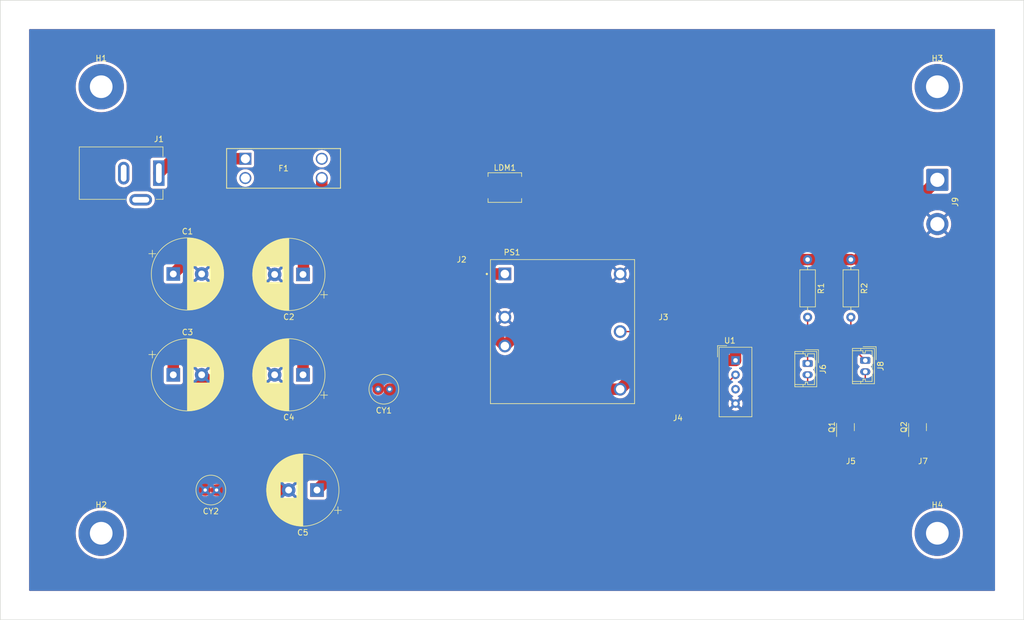
<source format=kicad_pcb>
(kicad_pcb (version 20221018) (generator pcbnew)
  (layers (0 "F.Cu" signal) (31 "B.Cu" signal) (34 "B.Paste" user) (35 "F.Paste" user) (36 "B.SilkS" user "B.Silkscreen") (37 "F.SilkS" user "F.Silkscreen") (38 "B.Mask" user) (39 "F.Mask" user) (44 "Edge.Cuts" user))
  (net 0 "")
  (net 1 "Net-(C1-Pad1)")
  (net 2 "GND")
  (net 3 "Net-(PS1-VIN)")
  (net 4 "/5V")
  (net 5 "/24V")
  (net 6 "Net-(J3-Pin_1)")
  (net 7 "Net-(J4-Pin_1)")
  (net 8 "Net-(J5-Pin_1)")
  (net 9 "Net-(J7-Pin_1)")
  (net 10 "Net-(J6-Pin_1)")
  (net 11 "Net-(J8-Pin_1)")
  (net 12 "Net-(J2-Pin_1)")
  (net 14 "Net-(J6-Pin_2)")
  (net 15 "Net-(J8-Pin_2)")
  (footprint "Package_TO_SOT_SMD:SOT-23" (layer "F.Cu") (at 207.33 105.7425 90)
    (fp_text reference "Q2" (at 0 -2.4 90) (layer "F.SilkS"))
    (fp_text value "NMOS")
    (pad "1" smd roundrect (at -0.9375 -0.95 90) (size 1.475 0.6) (layers "F.Cu" "F.Paste" "F.Mask") (net 15 "Net-(J8-Pin_2)"))
    (pad "2" smd roundrect (at -0.9375 0.95 90) (size 1.475 0.6) (layers "F.Cu" "F.Paste" "F.Mask") (net 9 "Net-(J7-Pin_1)"))
    (pad "3" smd roundrect (at 0.9375 0 90) (size 1.475 0.6) (layers "F.Cu" "F.Paste" "F.Mask") (net 2 "GND"))
  )
  (footprint "Inductor_SMD:L_Murata_LQH55DN_5.7x5.0mm" (layer "F.Cu") (at 134.62 63.5)
    (fp_text reference "LDM1" (at 0 -3.5) (layer "F.SilkS"))
    (fp_text value "2.2u")
    (pad "1" smd rect (at -2.5 0) (size 3 3.5) (layers "F.Cu" "F.Paste" "F.Mask") (net 1 "Net-(C1-Pad1)"))
    (pad "2" smd rect (at 2.5 0) (size 3 3.5) (layers "F.Cu" "F.Paste" "F.Mask") (net 3 "Net-(PS1-VIN)"))
  )
  (footprint "Resistor_THT:R_Axial_DIN0207_L6.3mm_D2.5mm_P10.16mm_Horizontal" (layer "F.Cu") (at 195.58 76.2 -90)
    (fp_text reference "R2" (at 5.08 -2.37 90) (layer "F.SilkS"))
    (fp_text value "5.6")
    (pad "1" thru_hole circle (at 0 0 270) (size 1.6 1.6) (drill 0.8) (layers "*.Cu" "*.Mask") (net 4 "/5V"))
    (pad "2" thru_hole oval (at 10.16 0 270) (size 1.6 1.6) (drill 0.8) (layers "*.Cu" "*.Mask") (net 11 "Net-(J8-Pin_1)"))
  )
  (footprint "Capacitor_THT:CP_Radial_D12.5mm_P5.00mm" (layer "F.Cu") (at 76.2 78.74)
    (fp_text reference "C1" (at 2.5 -7.5) (layer "F.SilkS"))
    (fp_text value "330u")
    (pad "1" thru_hole rect (at 0 0) (size 2.4 2.4) (drill 1.2) (layers "*.Cu" "*.Mask") (net 1 "Net-(C1-Pad1)"))
    (pad "2" thru_hole circle (at 5 0) (size 2.4 2.4) (drill 1.2) (layers "*.Cu" "*.Mask") (net 2 "GND"))
  )
  (footprint "Connector_Wire:SolderWirePad_1x01_SMD_1x2mm" (layer "F.Cu") (at 165.1 106.68)
    (fp_text reference "J4" (at 0 -2.54) (layer "F.SilkS"))
    (fp_text value "Conn_01x01")
    (pad "1" smd roundrect (at 0 0) (size 1 2) (layers "F.Cu" "F.Paste" "F.Mask") (net 7 "Net-(J4-Pin_1)"))
  )
  (footprint "Connector_Wire:SolderWirePad_1x01_SMD_1x2mm" (layer "F.Cu") (at 195.58 114.3)
    (fp_text reference "J5" (at 0 -2.54) (layer "F.SilkS"))
    (fp_text value "Conn_01x01")
    (pad "1" smd roundrect (at 0 0) (size 1 2) (layers "F.Cu" "F.Paste" "F.Mask") (net 8 "Net-(J5-Pin_1)"))
  )
  (footprint "MountingHole:MountingHole_4mm_Pad" (layer "F.Cu") (at 210.82 124.46)
    (fp_text reference "H4" (at 0 -5) (layer "F.SilkS"))
    (fp_text value "MountingHole")
    (pad "1" thru_hole circle (at 0 0) (size 8 8) (drill 4) (layers "*.Cu" "*.Mask"))
  )
  (footprint "Capacitor_THT:C_Radial_D5.0mm_H5.0mm_P2.00mm" (layer "F.Cu") (at 83.82 116.84 180)
    (fp_text reference "CY2" (at 1 -3.75) (layer "F.SilkS"))
    (fp_text value "1n")
    (pad "1" thru_hole circle (at 0 0 180) (size 1.2 1.2) (drill 0.6) (layers "*.Cu" "*.Mask") (net 2 "GND"))
    (pad "2" thru_hole circle (at 2 0 180) (size 1.2 1.2) (drill 0.6) (layers "*.Cu" "*.Mask") (net 2 "GND"))
  )
  (footprint "Capacitor_THT:CP_Radial_D12.5mm_P5.00mm" (layer "F.Cu") (at 101.52 116.84 180)
    (fp_text reference "C5" (at 2.5 -7.5) (layer "F.SilkS"))
    (fp_text value "100u")
    (pad "1" thru_hole rect (at 0 0 180) (size 2.4 2.4) (drill 1.2) (layers "*.Cu" "*.Mask") (net 4 "/5V"))
    (pad "2" thru_hole circle (at 5 0 180) (size 2.4 2.4) (drill 1.2) (layers "*.Cu" "*.Mask") (net 2 "GND"))
  )
  (footprint "Capacitor_THT:C_Radial_D5.0mm_H5.0mm_P2.00mm" (layer "F.Cu") (at 114.3 99.06 180)
    (fp_text reference "CY1" (at 1 -3.75) (layer "F.SilkS"))
    (fp_text value "1n")
    (pad "1" thru_hole circle (at 0 0 180) (size 1.2 1.2) (drill 0.6) (layers "*.Cu" "*.Mask") (net 4 "/5V"))
    (pad "2" thru_hole circle (at 2 0 180) (size 1.2 1.2) (drill 0.6) (layers "*.Cu" "*.Mask") (net 3 "Net-(PS1-VIN)"))
  )
  (footprint "Connector_Molex:Molex_Micro-Latch_53253-0270_1x02_P2.00mm_Vertical" (layer "F.Cu") (at 187.96 94.52 -90)
    (fp_text reference "J6" (at 1 -2.7 90) (layer "F.SilkS"))
    (fp_text value "Conn_01x02")
    (pad "1" thru_hole roundrect (at 0 0 270) (size 1.2 1.8) (drill 0.8) (layers "*.Cu" "*.Mask") (roundrect_rratio 0.208333) (net 10 "Net-(J6-Pin_1)"))
    (pad "2" thru_hole oval (at 2 0 270) (size 1.2 1.8) (drill 0.8) (layers "*.Cu" "*.Mask") (net 14 "Net-(J6-Pin_2)"))
  )
  (footprint "Connector_Wire:SolderWirePad_1x01_SMD_1x2mm" (layer "F.Cu") (at 208.28 114.3)
    (fp_text reference "J7" (at 0 -2.54) (layer "F.SilkS"))
    (fp_text value "Conn_01x01")
    (pad "1" smd roundrect (at 0 0) (size 1 2) (layers "F.Cu" "F.Paste" "F.Mask") (net 9 "Net-(J7-Pin_1)"))
  )
  (footprint "Resistor_THT:R_Axial_DIN0207_L6.3mm_D2.5mm_P10.16mm_Horizontal" (layer "F.Cu") (at 187.96 76.2 -90)
    (fp_text reference "R1" (at 5.08 -2.37 90) (layer "F.SilkS"))
    (fp_text value "5.6")
    (pad "1" thru_hole circle (at 0 0 270) (size 1.6 1.6) (drill 0.8) (layers "*.Cu" "*.Mask") (net 4 "/5V"))
    (pad "2" thru_hole oval (at 10.16 0 270) (size 1.6 1.6) (drill 0.8) (layers "*.Cu" "*.Mask") (net 10 "Net-(J6-Pin_1)"))
  )
  (footprint "Connector_BarrelJack:BarrelJack_Kycon_KLDX-0202-xC_Horizontal" (layer "F.Cu") (at 73.66 60.96)
    (fp_text reference "J1" (at 0 -6 unlocked) (layer "F.SilkS"))
    (fp_text value "Conn_01x01")
    (pad "1" thru_hole rect (at 0 0) (size 2 4.5) (drill oval 1 3.5) (layers "*.Cu" "*.Mask") (net 5 "/24V"))
    (pad "2" thru_hole oval (at -6.2 0) (size 2 4) (drill oval 1 3) (layers "*.Cu" "*.Mask"))
    (pad "3" thru_hole oval (at -3.2 4.7 90) (size 2 4) (drill oval 1 3) (layers "*.Cu" "*.Mask"))
  )
  (footprint "3557-10:3557-10_KEY" (layer "F.Cu") (at 88.9 58.42)
    (fp_text reference "F1" (at 6.731 1.7018 unlocked) (layer "F.SilkS"))
    (fp_text value "Fuse")
    (pad "1" thru_hole rect (at 0 0) (size 2.1082 2.1082) (drill 1.6002) (layers "*.Cu" "*.Mask") (net 5 "/24V"))
    (pad "2" thru_hole circle (at 0 3.4036) (size 2.1082 2.1082) (drill 1.6002) (layers "*.Cu" "*.Mask"))
    (pad "3" thru_hole circle (at 13.462 3.4036) (size 2.1082 2.1082) (drill 1.6002) (layers "*.Cu" "*.Mask") (net 1 "Net-(C1-Pad1)"))
    (pad "4" thru_hole circle (at 13.462 0) (size 2.1082 2.1082) (drill 1.6002) (layers "*.Cu" "*.Mask"))
  )
  (footprint "MountingHole:MountingHole_4mm_Pad" (layer "F.Cu") (at 210.82 45.72)
    (fp_text reference "H3" (at 0 -5) (layer "F.SilkS"))
    (fp_text value "MountingHole")
    (pad "1" thru_hole circle (at 0 0) (size 8 8) (drill 4) (layers "*.Cu" "*.Mask"))
  )
  (footprint "Capacitor_THT:CP_Radial_D12.5mm_P5.00mm" (layer "F.Cu") (at 99.06 96.52 180)
    (fp_text reference "C4" (at 2.5 -7.5) (layer "F.SilkS"))
    (fp_text value "330u")
    (pad "1" thru_hole rect (at 0 0 180) (size 2.4 2.4) (drill 1.2) (layers "*.Cu" "*.Mask") (net 3 "Net-(PS1-VIN)"))
    (pad "2" thru_hole circle (at 5 0 180) (size 2.4 2.4) (drill 1.2) (layers "*.Cu" "*.Mask") (net 2 "GND"))
  )
  (footprint "MountingHole:MountingHole_4mm_Pad" (layer "F.Cu") (at 63.5 124.46)
    (fp_text reference "H2" (at 0 -5) (layer "F.SilkS"))
    (fp_text value "MountingHole")
    (pad "1" thru_hole circle (at 0 0) (size 8 8) (drill 4) (layers "*.Cu" "*.Mask"))
  )
  (footprint "Connector_Wire:SolderWirePad_1x01_SMD_1x2mm" (layer "F.Cu") (at 127 78.74)
    (fp_text reference "J2" (at 0 -2.54) (layer "F.SilkS"))
    (fp_text value "Conn_01x01")
    (pad "1" smd roundrect (at 0 0) (size 1 2) (layers "F.Cu" "F.Paste" "F.Mask") (net 12 "Net-(J2-Pin_1)"))
  )
  (footprint "Package_TO_SOT_SMD:SOT-23" (layer "F.Cu") (at 194.63 105.7425 90)
    (fp_text reference "Q1" (at 0 -2.4 90) (layer "F.SilkS"))
    (fp_text value "NMOS")
    (pad "1" smd roundrect (at -0.9375 -0.95 90) (size 1.475 0.6) (layers "F.Cu" "F.Paste" "F.Mask") (net 14 "Net-(J6-Pin_2)"))
    (pad "2" smd roundrect (at -0.9375 0.95 90) (size 1.475 0.6) (layers "F.Cu" "F.Paste" "F.Mask") (net 8 "Net-(J5-Pin_1)"))
    (pad "3" smd roundrect (at 0.9375 0 90) (size 1.475 0.6) (layers "F.Cu" "F.Paste" "F.Mask") (net 2 "GND"))
  )
  (footprint "PDQE20-Q24-S5-D:CONV_PDQE20-Q24-S5-D" (layer "F.Cu") (at 144.78 88.9)
    (fp_text reference "PS1" (at -8.89 -13.97) (layer "F.SilkS"))
    (fp_text value "PDQE20-Q24-S5-D")
    (pad "1" thru_hole rect (at -10.16 -10.16) (size 2.25 2.25) (drill 1.5) (layers "*.Cu" "*.Mask") (net 12 "Net-(J2-Pin_1)"))
    (pad "2" thru_hole circle (at -10.16 -2.54) (size 2.25 2.25) (drill 1.5) (layers "*.Cu" "*.Mask") (net 2 "GND"))
    (pad "3" thru_hole circle (at -10.16 2.54) (size 2.25 2.25) (drill 1.5) (layers "*.Cu" "*.Mask") (net 3 "Net-(PS1-VIN)"))
    (pad "4" thru_hole circle (at 10.16 10.16) (size 2.25 2.25) (drill 1.5) (layers "*.Cu" "*.Mask") (net 4 "/5V"))
    (pad "5" thru_hole circle (at 10.16 0) (size 2.25 2.25) (drill 1.5) (layers "*.Cu" "*.Mask") (net 6 "Net-(J3-Pin_1)"))
    (pad "6" thru_hole circle (at 10.16 -10.16) (size 2.25 2.25) (drill 1.5) (layers "*.Cu" "*.Mask") (net 2 "GND"))
  )
  (footprint "Connector_Wire:SolderWire-2sqmm_1x02_P7.8mm_D2mm_OD3.9mm" (layer "F.Cu") (at 210.82 62.14 -90)
    (fp_text reference "J9" (at 3.9 -3.15 -90) (layer "F.SilkS"))
    (fp_text value "Conn_01x01")
    (pad "1" thru_hole roundrect (at 0 0 270) (size 3.9 3.9) (drill 2.5) (layers "*.Cu" "*.Mask") (roundrect_rratio 0.064103) (net 4 "/5V"))
    (pad "2" thru_hole circle (at 7.8 0 270) (size 3.9 3.9) (drill 2.5) (layers "*.Cu" "*.Mask") (net 2 "GND"))
  )
  (footprint "Sensor:Aosong_DHT11_5.5x12.0_P2.54mm" (layer "F.Cu") (at 175.26 93.98)
    (fp_text reference "U1" (at -1 -3.5) (layer "F.SilkS"))
    (fp_text value "DHT22")
    (pad "1" thru_hole rect (at 0 0) (size 1.5 1.5) (drill 0.8) (layers "*.Cu" "*.Mask") (net 4 "/5V"))
    (pad "2" thru_hole circle (at 0 2.54) (size 1.5 1.5) (drill 0.8) (layers "*.Cu" "*.Mask") (net 7 "Net-(J4-Pin_1)"))
    (pad "3" thru_hole circle (at 0 5.08) (size 1.5 1.5) (drill 0.8) (layers "*.Cu" "*.Mask"))
    (pad "4" thru_hole circle (at 0 7.62) (size 1.5 1.5) (drill 0.8) (layers "*.Cu" "*.Mask") (net 2 "GND"))
  )
  (footprint "Connector_Molex:Molex_Micro-Latch_53253-0270_1x02_P2.00mm_Vertical" (layer "F.Cu") (at 198.12 93.98 -90)
    (fp_text reference "J8" (at 1 -2.7 90) (layer "F.SilkS"))
    (fp_text value "Conn_01x02")
    (pad "1" thru_hole roundrect (at 0 0 270) (size 1.2 1.8) (drill 0.8) (layers "*.Cu" "*.Mask") (roundrect_rratio 0.208333) (net 11 "Net-(J8-Pin_1)"))
    (pad "2" thru_hole oval (at 2 0 270) (size 1.2 1.8) (drill 0.8) (layers "*.Cu" "*.Mask") (net 15 "Net-(J8-Pin_2)"))
  )
  (footprint "Capacitor_THT:CP_Radial_D12.5mm_P5.00mm" (layer "F.Cu") (at 99.06 78.82 180)
    (fp_text reference "C2" (at 2.5 -7.5) (layer "F.SilkS"))
    (fp_text value "4.7u")
    (pad "1" thru_hole rect (at 0 0 180) (size 2.4 2.4) (drill 1.2) (layers "*.Cu" "*.Mask") (net 1 "Net-(C1-Pad1)"))
    (pad "2" thru_hole circle (at 5 0 180) (size 2.4 2.4) (drill 1.2) (layers "*.Cu" "*.Mask") (net 2 "GND"))
  )
  (footprint "Capacitor_THT:CP_Radial_D12.5mm_P5.00mm" (layer "F.Cu") (at 76.2 96.52)
    (fp_text reference "C3" (at 2.5 -7.5) (layer "F.SilkS"))
    (fp_text value "4.7u")
    (pad "1" thru_hole rect (at 0 0) (size 2.4 2.4) (drill 1.2) (layers "*.Cu" "*.Mask") (net 3 "Net-(PS1-VIN)"))
    (pad "2" thru_hole circle (at 5 0) (size 2.4 2.4) (drill 1.2) (layers "*.Cu" "*.Mask") (net 2 "GND"))
  )
  (footprint "MountingHole:MountingHole_4mm_Pad" (layer "F.Cu") (at 63.5 45.72)
    (fp_text reference "H1" (at 0 -5) (layer "F.SilkS"))
    (fp_text value "MountingHole")
    (pad "1" thru_hole circle (at 0 0) (size 8 8) (drill 4) (layers "*.Cu" "*.Mask"))
  )
  (footprint "Connector_Wire:SolderWirePad_1x01_SMD_1x2mm" (layer "F.Cu") (at 162.56 88.9)
    (fp_text reference "J3" (at 0 -2.54) (layer "F.SilkS"))
    (fp_text value "Conn_01x01")
    (pad "1" smd roundrect (at 0 0) (size 1 2) (layers "F.Cu" "F.Paste" "F.Mask") (net 6 "Net-(J3-Pin_1)"))
  )
  (gr_rect (start 45.72 30.48) (end 226.06 139.7) (stroke (width 0.1)) (fill none) (layer "Edge.Cuts"))
  (segment (start 102.362 61.8236) (end 102.362 67.818) (width 2.03) (layer "F.Cu") (net 1))
  (segment (start 88.9 68.58) (end 99.06 68.58) (width 2.03) (layer "F.Cu") (net 1))
  (segment (start 101.6 68.58) (end 127.04 68.58) (width 2.03) (layer "F.Cu") (net 1))
  (segment (start 127.04 68.58) (end 132.12 63.5) (width 2.03) (layer "F.Cu") (net 1))
  (segment (start 99.06 68.58) (end 101.6 68.58) (width 2.03) (layer "F.Cu") (net 1))
  (segment (start 78.74 76.2) (end 76.2 78.74) (width 2.03) (layer "F.Cu") (net 1))
  (segment (start 102.362 67.818) (end 101.6 68.58) (width 2.03) (layer "F.Cu") (net 1))
  (segment (start 88.9 68.58) (end 78.74 68.58) (width 2.03) (layer "F.Cu") (net 1))
  (segment (start 99.14 78.82) (end 99.14 68.66) (width 2.03) (layer "F.Cu") (net 1))
  (segment (start 78.74 68.58) (end 78.74 76.2) (width 2.03) (layer "F.Cu") (net 1))
  (segment (start 99.14 68.66) (end 99.06 68.58) (width 2.03) (layer "F.Cu") (net 1))
  (segment (start 81.82 97.14) (end 81.2 96.52) (width 2.03) (layer "F.Cu") (net 2))
  (segment (start 81.2 96.52) (end 81.2 116.22) (width 2.03) (layer "F.Cu") (net 2))
  (segment (start 83.82 116.84) (end 96.52 116.84) (width 2.03) (layer "F.Cu") (net 2))
  (segment (start 81.2 116.22) (end 81.82 116.84) (width 2.03) (layer "F.Cu") (net 2))
  (segment (start 111.76 88.9) (end 112.3 89.44) (width 2.03) (layer "F.Cu") (net 3))
  (segment (start 76.2 96.52) (end 76.2 88.9) (width 2.03) (layer "F.Cu") (net 3))
  (segment (start 142.24 83.82) (end 134.62 91.44) (width 2.03) (layer "F.Cu") (net 3))
  (segment (start 132.08 88.9) (end 134.62 91.44) (width 2.03) (layer "F.Cu") (net 3))
  (segment (start 137.12 63.5) (end 142.24 68.62) (width 2.03) (layer "F.Cu") (net 3))
  (segment (start 99.06 88.9) (end 111.76 88.9) (width 2.03) (layer "F.Cu") (net 3))
  (segment (start 76.2 88.9) (end 99.06 88.9) (width 2.03) (layer "F.Cu") (net 3))
  (segment (start 142.24 68.62) (end 142.24 83.82) (width 2.03) (layer "F.Cu") (net 3))
  (segment (start 99.06 88.9) (end 99.06 96.52) (width 2.03) (layer "F.Cu") (net 3))
  (segment (start 112.3 89.44) (end 112.3 99.06) (width 2.03) (layer "F.Cu") (net 3))
  (segment (start 111.76 88.9) (end 132.08 88.9) (width 2.03) (layer "F.Cu") (net 3))
  (segment (start 154.94 99.06) (end 160.02 93.98) (width 2.03) (layer "F.Cu") (net 4))
  (segment (start 160.02 93.98) (end 175.26 93.98) (width 2.03) (layer "F.Cu") (net 4))
  (segment (start 195.58 76.2) (end 196.76 76.2) (width 0.25) (layer "F.Cu") (net 4))
  (segment (start 175.26 93.98) (end 175.26 76.2) (width 2.03) (layer "F.Cu") (net 4))
  (segment (start 196.76 76.2) (end 210.82 62.14) (width 2.03) (layer "F.Cu") (net 4))
  (segment (start 175.26 76.2) (end 187.96 76.2) (width 2.03) (layer "F.Cu") (net 4))
  (segment (start 154.94 99.06) (end 114.3 99.06) (width 2.03) (layer "F.Cu") (net 4))
  (segment (start 114.3 104.06) (end 101.52 116.84) (width 2.03) (layer "F.Cu") (net 4))
  (segment (start 114.3 99.06) (end 114.3 104.06) (width 2.03) (layer "F.Cu") (net 4))
  (segment (start 187.96 76.2) (end 195.58 76.2) (width 2.03) (layer "F.Cu") (net 4))
  (segment (start 76.2 58.42) (end 73.66 60.96) (width 2.03) (layer "F.Cu") (net 5))
  (segment (start 88.9 58.42) (end 76.2 58.42) (width 2.03) (layer "F.Cu") (net 5))
  (segment (start 154.94 88.9) (end 162.56 88.9) (width 0.25) (layer "F.Cu") (net 6))
  (segment (start 175.26 96.52) (end 165.1 106.68) (width 0.25) (layer "F.Cu") (net 7))
  (segment (start 195.58 106.68) (end 195.58 114.3) (width 0.25) (layer "F.Cu") (net 8))
  (segment (start 208.28 106.68) (end 208.28 114.3) (width 0.25) (layer "F.Cu") (net 9))
  (segment (start 187.96 86.36) (end 187.96 94.52) (width 0.25) (layer "F.Cu") (net 10))
  (segment (start 195.58 91.44) (end 198.12 93.98) (width 0.25) (layer "F.Cu") (net 11))
  (segment (start 195.58 86.36) (end 195.58 91.44) (width 0.25) (layer "F.Cu") (net 11))
  (segment (start 134.62 78.74) (end 127 78.74) (width 2.03) (layer "F.Cu") (net 12))
  (segment (start 187.96 100.96) (end 193.68 106.68) (width 0.25) (layer "F.Cu") (net 14))
  (segment (start 187.96 96.52) (end 187.96 100.96) (width 0.25) (layer "F.Cu") (net 14))
  (segment (start 198.12 95.98) (end 198.12 98.42) (width 0.25) (layer "F.Cu") (net 15))
  (segment (start 198.12 98.42) (end 206.38 106.68) (width 0.25) (layer "F.Cu") (net 15))
  (zone (net 2) (net_name "GND") (layers "F&B.Cu") (connect_pads (clearance 0.5)) (min_thickness 0.25) (fill yes (thermal_gap 0.5) (thermal_bridge_width 0.5))
    (polygon (pts (xy 50.8 35.56) (xy 220.98 35.56) (xy 220.98 134.62) (xy 50.8 134.62)))
  )
)
</source>
